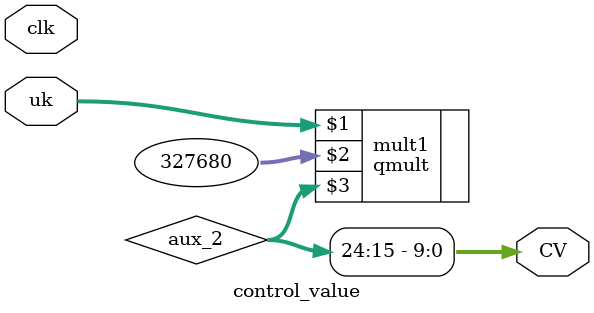
<source format=sv>
`timescale 1ns / 1ps

module control_value(
    clk,
    uk,
    CV
    );
    
// Entradas
input logic clk;
input logic [N-1:0] uk;

// Salida 
output logic [L-1:0] CV;

// Parametros 
parameter L = 10; 
parameter val_1 = 1000;
parameter Q = 15;
parameter N = 28;

localparam DIEZ = 327680; // DIEZ = 10
localparam CIEN = 3276800;

///////////////////////////////////////////////////////////////// MODULO ///////////////////////////////////////////////////////// 

// Cálculo 

// Linealización Vrms vs DC 
logic [N-1:0] aux_2;

// Precisión de salida (0.1%DC)
qmult #(Q,N) mult1 (uk, DIEZ, aux_2 ); 

// Asignación 
assign CV = aux_2[Q+L-1:Q];

endmodule

</source>
